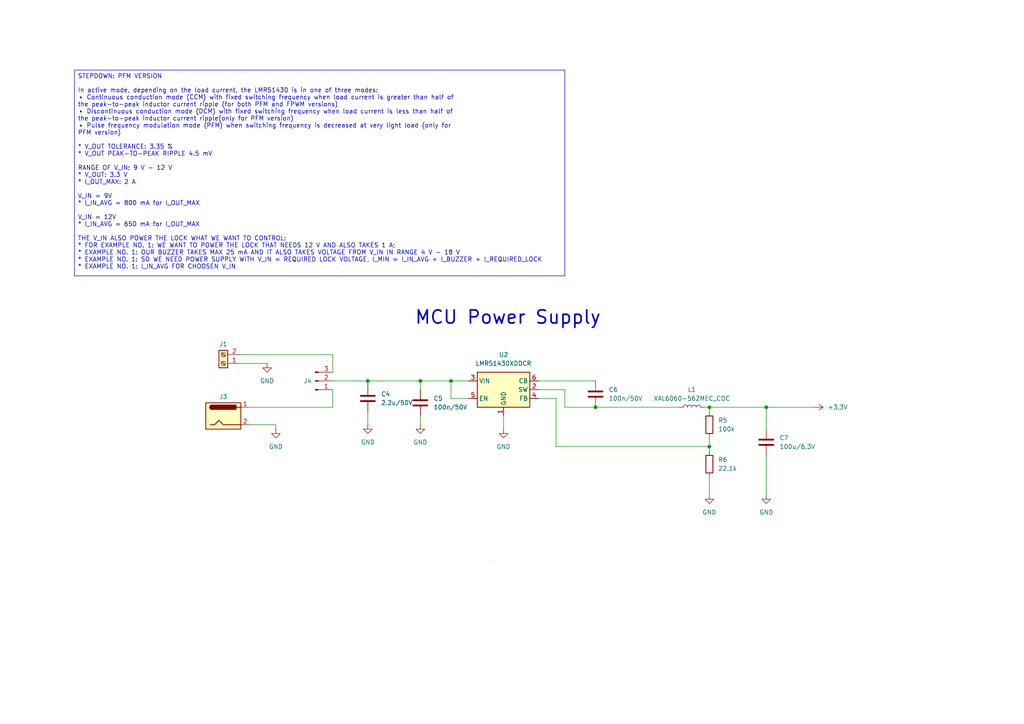
<source format=kicad_sch>
(kicad_sch (version 20231120) (generator "eeschema") (generator_version "8.0")
  (paper "A4")
  (lib_symbols
    (symbol "Connector:Conn_01x03_Pin" (pin_names (offset 1.016) hide)
      (property "Reference" "J" (at 0 5.08 0))
      (property "Value" "Conn_01x03_Pin" (at 0 -5.08 0))
      (symbol "Conn_01x03_Pin_1_1"
        (polyline (pts (xy 1.27 -2.54) (xy 0.8636 -2.54)) (stroke (width 0.1524)))
        (polyline (pts (xy 1.27 0) (xy 0.8636 0)) (stroke (width 0.1524)))
        (polyline (pts (xy 1.27 2.54) (xy 0.8636 2.54)) (stroke (width 0.1524)))
        (rectangle (start 0.8636 -2.413) (end 0 -2.667) (stroke (width 0.1524)) (fill (type outline)))
        (rectangle (start 0.8636 0.127) (end 0 -0.127) (stroke (width 0.1524)) (fill (type outline)))
        (rectangle (start 0.8636 2.667) (end 0 2.413) (stroke (width 0.1524)) (fill (type outline)))
        (pin passive line (at 5.08 2.54 180) (length 3.81) (name "Pin_1") (number "1"))
        (pin passive line (at 5.08 0 180) (length 3.81) (name "Pin_2") (number "2"))
        (pin passive line (at 5.08 -2.54 180) (length 3.81) (name "Pin_3") (number "3"))
      )
    )
    (symbol "Connector:Jack-DC" (pin_names (offset 1.016))
      (property "Reference" "J4" (at 0 8.89 0))
      (property "Value" "Jack-DC" (at 0 6.35 0))
      (symbol "Jack-DC_0_1"
        (rectangle (start -5.08 3.81) (end 5.08 -3.81) (stroke (width 0.254)) (fill (type background)))
        (arc (start -3.302 3.175) (mid -3.9343 2.54) (end -3.302 1.905) (stroke (width 0.254)))
        (arc (start -3.302 3.175) (mid -3.9343 2.54) (end -3.302 1.905) (stroke (width 0.254)) (fill (type outline)))
        (polyline (pts (xy 5.08 2.54) (xy 3.81 2.54)) (stroke (width 0.254)))
        (polyline (pts (xy -3.81 -2.54) (xy -2.54 -2.54) (xy -1.27 -1.27) (xy 0 -2.54) (xy 2.54 -2.54) (xy 5.08 -2.54)) (stroke (width 0.254)))
        (rectangle (start 3.683 3.175) (end -3.302 1.905) (stroke (width 0.254)) (fill (type outline)))
      )
      (symbol "Jack-DC_1_0"
        (pin passive line (at 7.62 -2.54 180) (length 2.54) hide (name "") (number "3"))
      )
      (symbol "Jack-DC_1_1"
        (pin passive line (at 7.62 2.54 180) (length 2.54) (name "~") (number "1"))
        (pin passive line (at 7.62 -2.54 180) (length 2.54) (name "~") (number "2"))
      )
    )
    (symbol "Connector:Screw_Terminal_01x02" (pin_names (offset 1.016) hide)
      (property "Reference" "J" (at 0 2.54 0))
      (property "Value" "Screw_Terminal_01x02" (at 0 -5.08 0))
      (symbol "Screw_Terminal_01x02_1_1"
        (rectangle (start -1.27 1.27) (end 1.27 -3.81) (stroke (width 0.254)) (fill (type background)))
        (circle (center 0 -2.54) (radius 0.635) (stroke (width 0.1524)))
        (polyline (pts (xy -0.5334 -2.2098) (xy 0.3302 -3.048)) (stroke (width 0.1524)))
        (polyline (pts (xy -0.5334 0.3302) (xy 0.3302 -0.508)) (stroke (width 0.1524)))
        (polyline (pts (xy -0.3556 -2.032) (xy 0.508 -2.8702)) (stroke (width 0.1524)))
        (polyline (pts (xy -0.3556 0.508) (xy 0.508 -0.3302)) (stroke (width 0.1524)))
        (circle (center 0 0) (radius 0.635) (stroke (width 0.1524)))
        (pin passive line (at -5.08 0 0) (length 3.81) (name "Pin_1") (number "1"))
        (pin passive line (at -5.08 -2.54 0) (length 3.81) (name "Pin_2") (number "2"))
      )
    )
    (symbol "Device:C" (pin_numbers hide) (pin_names (offset 0.254))
      (property "Reference" "C" (at 0.635 2.54 0))
      (property "Value" "C" (at 0.635 -2.54 0))
      (symbol "C_0_1"
        (polyline (pts (xy -2.032 -0.762) (xy 2.032 -0.762)) (stroke (width 0.508)))
        (polyline (pts (xy -2.032 0.762) (xy 2.032 0.762)) (stroke (width 0.508)))
      )
      (symbol "C_1_1"
        (pin passive line (at 0 3.81 270) (length 2.794) (name "~") (number "1"))
        (pin passive line (at 0 -3.81 90) (length 2.794) (name "~") (number "2"))
      )
    )
    (symbol "Device:L" (pin_numbers hide) (pin_names (offset 1.016) hide)
      (property "Reference" "L" (at -1.27 0 90))
      (property "Value" "L" (at 1.905 0 90))
      (symbol "L_0_1"
        (arc (start 0 -2.54) (mid 0.6323 -1.905) (end 0 -1.27))
        (arc (start 0 -1.27) (mid 0.6323 -0.635) (end 0 0))
        (arc (start 0 0) (mid 0.6323 0.635) (end 0 1.27))
        (arc (start 0 1.27) (mid 0.6323 1.905) (end 0 2.54))
      )
      (symbol "L_1_1"
        (pin passive line (at 0 3.81 270) (length 1.27) (name "1") (number "1"))
        (pin passive line (at 0 -3.81 90) (length 1.27) (name "2") (number "2"))
      )
    )
    (symbol "Device:R" (pin_numbers hide) (pin_names (offset 0))
      (property "Reference" "R" (at 2.032 0 90))
      (property "Value" "R" (at 0 0 90))
      (symbol "R_0_1"
        (rectangle (start -1.016 -2.54) (end 1.016 2.54) (stroke (width 0.254)))
      )
      (symbol "R_1_1"
        (pin passive line (at 0 3.81 270) (length 1.27) (name "~") (number "1"))
        (pin passive line (at 0 -3.81 90) (length 1.27) (name "~") (number "2"))
      )
    )
    (symbol "Regulator_Switching:LMR51430"
      (property "Reference" "U" (at -7.62 6.35 0))
      (property "Value" "LMR51430" (at 0 6.35 0))
      (symbol "LMR51430_0_1"
        (rectangle (start -7.62 5.08) (end 7.62 -5.08) (stroke (width 0.254)) (fill (type background)))
      )
      (symbol "LMR51430_1_1"
        (pin power_in line (at 0 -7.62 90) (length 2.54) (name "GND") (number "1"))
        (pin power_out line (at 10.16 0 180) (length 2.54) (name "SW") (number "2"))
        (pin power_in line (at -10.16 2.54 0) (length 2.54) (name "VIN") (number "3"))
        (pin input line (at 10.16 -2.54 180) (length 2.54) (name "FB") (number "4"))
        (pin input line (at -10.16 -2.54 0) (length 2.54) (name "EN") (number "5"))
        (pin passive line (at 10.16 2.54 180) (length 2.54) (name "CB") (number "6"))
      )
    )
    (symbol "power:+3.3V" (power) (pin_numbers hide) (pin_names (offset 0) hide)
      (property "Value" "+3.3V" (at 0 3.556 0))
      (symbol "+3.3V_0_1"
        (polyline (pts (xy -0.762 1.27) (xy 0 2.54)))
        (polyline (pts (xy 0 0) (xy 0 2.54)))
        (polyline (pts (xy 0 2.54) (xy 0.762 1.27)))
      )
      (symbol "+3.3V_1_1"
        (pin power_in line (at 0 0 90) (length 0) (name "~") (number "1"))
      )
    )
    (symbol "power:GND" (power) (pin_numbers hide) (pin_names (offset 0) hide)
      (property "Value" "GND" (at 0 -3.81 0))
      (symbol "GND_0_1"
        (polyline (pts (xy 0 0) (xy 0 -1.27) (xy 1.27 -1.27) (xy 0 -2.54) (xy -1.27 -1.27) (xy 0 -1.27)))
      )
      (symbol "GND_1_1"
        (pin power_in line (at 0 0 270) (length 0) (name "~") (number "1"))
      )
    )
  )
  (junction (at 222.25 118.11))
  (junction (at 130.81 110.49))
  (junction (at 121.92 110.49))
  (junction (at 205.74 129.54))
  (junction (at 172.72 118.11))
  (junction (at 106.68 110.49))
  (junction (at 205.74 118.11))
  (wire (pts (xy 205.74 127) (xy 205.74 129.54)))
  (wire (pts (xy 236.22 118.11) (xy 222.25 118.11)))
  (wire (pts (xy 156.21 115.57) (xy 161.29 115.57)))
  (wire (pts (xy 172.72 118.11) (xy 196.85 118.11)))
  (wire (pts (xy 69.85 105.41) (xy 77.47 105.41)))
  (wire (pts (xy 69.85 102.87) (xy 96.52 102.87)))
  (wire (pts (xy 163.83 113.03) (xy 156.21 113.03)))
  (wire (pts (xy 222.25 118.11) (xy 205.74 118.11)))
  (wire (pts (xy 130.81 115.57) (xy 130.81 110.49)))
  (wire (pts (xy 106.68 119.38) (xy 106.68 123.19)))
  (wire (pts (xy 72.39 118.11) (xy 96.52 118.11)))
  (wire (pts (xy 163.83 113.03) (xy 163.83 118.11)))
  (wire (pts (xy 146.05 120.65) (xy 146.05 124.46)))
  (wire (pts (xy 96.52 110.49) (xy 106.68 110.49)))
  (wire (pts (xy 121.92 110.49) (xy 130.81 110.49)))
  (wire (pts (xy 222.25 118.11) (xy 222.25 124.46)))
  (wire (pts (xy 205.74 138.43) (xy 205.74 143.51)))
  (wire (pts (xy 130.81 110.49) (xy 135.89 110.49)))
  (wire (pts (xy 205.74 118.11) (xy 205.74 119.38)))
  (wire (pts (xy 106.68 110.49) (xy 121.92 110.49)))
  (wire (pts (xy 205.74 129.54) (xy 205.74 130.81)))
  (wire (pts (xy 163.83 118.11) (xy 172.72 118.11)))
  (wire (pts (xy 161.29 129.54) (xy 205.74 129.54)))
  (wire (pts (xy 204.47 118.11) (xy 205.74 118.11)))
  (wire (pts (xy 96.52 113.03) (xy 96.52 118.11)))
  (wire (pts (xy 135.89 115.57) (xy 130.81 115.57)))
  (wire (pts (xy 106.68 110.49) (xy 106.68 111.76)))
  (wire (pts (xy 161.29 115.57) (xy 161.29 129.54)))
  (wire (pts (xy 222.25 132.08) (xy 222.25 143.51)))
  (wire (pts (xy 96.52 102.87) (xy 96.52 107.95)))
  (wire (pts (xy 80.01 123.19) (xy 80.01 124.46)))
  (wire (pts (xy 72.39 123.19) (xy 80.01 123.19)))
  (wire (pts (xy 121.92 110.49) (xy 121.92 113.03)))
  (wire (pts (xy 156.21 110.49) (xy 172.72 110.49)))
  (wire (pts (xy 121.92 120.65) (xy 121.92 123.19)))
  (text_box "" (at 142.24 162.56 0) (size 0 0) (effects (font (size 5 5)) (justify left top)))
  (text_box "STEPDOWN: PFM VERSION\n\nIn active mode, depending on the load current, the LMR51430 is in one of three modes:\n• Continuous conduction mode (CCM) with fixed switching frequency when load current is greater than half of\nthe peak-to-peak inductor current ripple (for both PFM and FPWM versions)\n• Discontinuous conduction mode (DCM) with fixed switching frequency when load current is less than half of\nthe peak-to-peak inductor current ripple(only for PFM version)\n• Pulse frequency modulation mode (PFM) when switching frequency is decreased at very light load (only for\nPFM version)\n\n* V_OUT TOLERANCE: 3.35 %\n* V_OUT PEAK-TO-PEAK RIPPLE 4.5 mV\n\nRANGE OF V_IN: 9 V - 12 V\n* V_OUT: 3.3 V\n* I_OUT_MAX: 2 A\n\nV_IN = 9V\n* I_IN_AVG = 800 mA for I_OUT_MAX\n\nV_IN = 12V\n* I_IN_AVG = 650 mA for I_OUT_MAX\n\nTHE V_IN ALSO POWER THE LOCK WHAT WE WANT TO CONTROL:\n* FOR EXAMPLE NO. 1: WE WANT TO POWER THE LOCK THAT NEEDS 12 V AND ALSO TAKES 1 A;\n* EXAMPLE NO. 1: OUR BUZZER TAKES MAX 25 mA AND IT ALSO TAKES VOLTAGE FROM V_IN IN RANGE 4 V - 18 V\n* EXAMPLE NO. 1: SO WE NEED POWER SUPPLY WITH V_IN = REQUIRED LOCK VOLTAGE, I_MIN = I_IN_AVG + I_BUZZER + I_REQUIRED_LOCK\n* EXAMPLE NO. 1: I_IN_AVG FOR CHOOSEN V_IN\n" (at 21.59 20.32 0) (size 142.24 59.69) (effects (font (size 1.27 1.27)) (justify left top)))
  (text "MCU Power Supply" (at 147.32 92.202 0) (effects (font (size 3.81 3.81) (thickness 0.4763))))
  (symbol (lib_id "Device:R") (at 205.74 134.62 0) (unit 1)
    (property "Reference" "R6" (at 208.28 133.3499 0) (effects (justify left)))
    (property "Value" "22.1k" (at 208.28 135.8899 0) (effects (justify left)))
    (property "Footprint" "Resistor_SMD:R_0805_2012Metric_Pad1.20x1.40mm_HandSolder" (effects (hide yes)))
    (property "Description" "Resistor" (effects (hide yes)))
  )
  (symbol (lib_id "Connector:Screw_Terminal_01x02") (at 64.77 105.41 180) (unit 1)
    (property "Reference" "J1" (at 64.77 99.822 0))
    (property "Value" "Screw_Terminal_01x02" (effects (hide yes)))
    (property "Footprint" "TerminalBlock:TerminalBlock_Xinya_XY308-2.54-2P_1x02_P2.54mm_Horizontal" (effects (hide yes)))
    (property "Description" "Generic screw terminal, single row, 01x02, script generated (kicad-library-utils/schlib/autogen/connector/)" (effects (hide yes)))
  )
  (symbol (lib_id "power:GND") (at 106.68 123.19 0) (unit 1)
    (property "Reference" "#PWR014" (effects (hide yes)))
    (property "Value" "GND" (at 106.68 128.27 0))
    (property "Description" "Power symbol creates a global label with name \"GND\" , ground" (effects (hide yes)))
  )
  (symbol (lib_id "power:GND") (at 222.25 143.51 0) (unit 1)
    (property "Reference" "#PWR022" (effects (hide yes)))
    (property "Value" "GND" (at 222.25 148.59 0))
    (property "Description" "Power symbol creates a global label with name \"GND\" , ground" (effects (hide yes)))
  )
  (symbol (lib_id "power:GND") (at 146.05 124.46 0) (unit 1)
    (property "Reference" "#PWR019" (effects (hide yes)))
    (property "Value" "GND" (at 146.05 129.54 0))
    (property "Description" "Power symbol creates a global label with name \"GND\" , ground" (effects (hide yes)))
  )
  (symbol (lib_id "Device:C") (at 172.72 114.3 0) (unit 1)
    (property "Reference" "C6" (at 176.53 113.0299 0) (effects (justify left)))
    (property "Value" "100n/50V" (at 176.53 115.5699 0) (effects (justify left)))
    (property "Footprint" "Capacitor_SMD:C_0805_2012Metric" (effects (hide yes)))
    (property "Description" "Unpolarized capacitor" (effects (hide yes)))
  )
  (symbol (lib_id "power:GND") (at 121.92 123.19 0) (unit 1)
    (property "Reference" "#PWR016" (effects (hide yes)))
    (property "Value" "GND" (at 121.92 128.27 0))
    (property "Description" "Power symbol creates a global label with name \"GND\" , ground" (effects (hide yes)))
  )
  (symbol (lib_id "Device:R") (at 205.74 123.19 0) (unit 1)
    (property "Reference" "R5" (at 208.28 121.9199 0) (effects (justify left)))
    (property "Value" "100k" (at 208.28 124.4599 0) (effects (justify left)))
    (property "Footprint" "Resistor_SMD:R_0805_2012Metric_Pad1.20x1.40mm_HandSolder" (effects (hide yes)))
    (property "Description" "Resistor" (effects (hide yes)))
  )
  (symbol (lib_id "Connector:Conn_01x03_Pin") (at 91.44 110.49 0) (mirror x) (unit 1)
    (property "Reference" "J4" (at 90.424 110.49 0) (effects (justify right)))
    (property "Value" "Conn_01x03_Pin" (effects (hide yes)))
    (property "Footprint" "Connector_PinHeader_2.54mm:PinHeader_1x03_P2.54mm_Vertical" (effects (hide yes)))
    (property "Description" "Generic connector, single row, 01x03, script generated" (effects (hide yes)))
  )
  (symbol (lib_id "power:GND") (at 205.74 143.51 0) (unit 1)
    (property "Reference" "#PWR021" (effects (hide yes)))
    (property "Value" "GND" (at 205.74 148.59 0))
    (property "Description" "Power symbol creates a global label with name \"GND\" , ground" (effects (hide yes)))
  )
  (symbol (lib_id "Device:C") (at 222.25 128.27 0) (unit 1)
    (property "Reference" "C7" (at 226.06 126.9999 0) (effects (justify left)))
    (property "Value" "100u/6.3V" (at 226.06 129.5399 0) (effects (justify left)))
    (property "Footprint" "Capacitor_SMD:C_1210_3225Metric" (effects (hide yes)))
    (property "Description" "Unpolarized capacitor" (effects (hide yes)))
  )
  (symbol (lib_id "Device:C") (at 121.92 116.84 0) (unit 1)
    (property "Reference" "C5" (at 125.73 115.5699 0) (effects (justify left)))
    (property "Value" "100n/50V" (at 125.73 118.1099 0) (effects (justify left)))
    (property "Footprint" "Capacitor_SMD:C_0603_1608Metric" (effects (hide yes)))
    (property "Description" "Unpolarized capacitor" (effects (hide yes)))
  )
  (symbol (lib_id "power:GND") (at 77.47 105.41 0) (unit 1)
    (property "Reference" "#PWR06" (effects (hide yes)))
    (property "Value" "GND" (at 77.47 110.49 0))
    (property "Description" "Power symbol creates a global label with name \"GND\" , ground" (effects (hide yes)))
  )
  (symbol (lib_id "Device:L") (at 200.66 118.11 90) (unit 1)
    (property "Reference" "L1" (at 200.66 113.03 90))
    (property "Value" "XAL6060-562MEC_COC" (at 200.66 115.57 90))
    (property "Footprint" "ourFootprints:XAL6060-562MEC_COC" (effects (hide yes)))
    (property "Description" "Inductor" (effects (hide yes)))
  )
  (symbol (lib_id "Regulator_Switching:LMR51430") (at 146.05 113.03 0) (unit 1)
    (property "Reference" "U2" (at 146.05 102.87 0))
    (property "Value" "LMR51430XDDCR" (at 146.05 105.41 0))
    (property "Footprint" "Package_TO_SOT_SMD:SOT-23-6" (effects (hide yes)))
    (property "Datasheet" "https://www.ti.com/lit/ds/symlink/lmr51430.pdf" (effects (hide yes)))
    (property "Description" "4.5-V to 36-V, 3-A synchronous buck converter with 40-µA IQ, SOT-23-6" (effects (hide yes)))
  )
  (symbol (lib_id "Device:C") (at 106.68 115.57 0) (unit 1)
    (property "Reference" "C4" (at 110.49 114.2999 0) (effects (justify left)))
    (property "Value" "2.2u/50V" (at 110.49 116.8399 0) (effects (justify left)))
    (property "Footprint" "Capacitor_SMD:C_0603_1608Metric" (effects (hide yes)))
    (property "Description" "Unpolarized capacitor" (effects (hide yes)))
  )
  (symbol (lib_id "Connector:Jack-DC") (at 64.77 120.65 0) (unit 1)
    (property "Reference" "J3" (at 64.77 115.062 0))
    (property "Value" "Jack-DC" (effects (hide yes)))
    (property "Footprint" "Connector_BarrelJack:BarrelJack_CUI_PJ-036AH-SMT_Horizontal" (effects (hide yes)))
    (property "Description" "DC Barrel Jack" (effects (hide yes)))
  )
  (symbol (lib_id "power:+3.3V") (at 236.22 118.11 270) (unit 1)
    (property "Reference" "#PWR023" (effects (hide yes)))
    (property "Value" "+3.3V" (at 240.03 118.1099 90) (effects (justify left)))
    (property "Description" "Power symbol creates a global label with name \"+3.3V\"" (effects (hide yes)))
  )
  (symbol (lib_id "power:GND") (at 80.01 124.46 0) (unit 1)
    (property "Reference" "#PWR07" (effects (hide yes)))
    (property "Value" "GND" (at 80.01 129.54 0))
    (property "Description" "Power symbol creates a global label with name \"GND\" , ground" (effects (hide yes)))
  )
)
</source>
